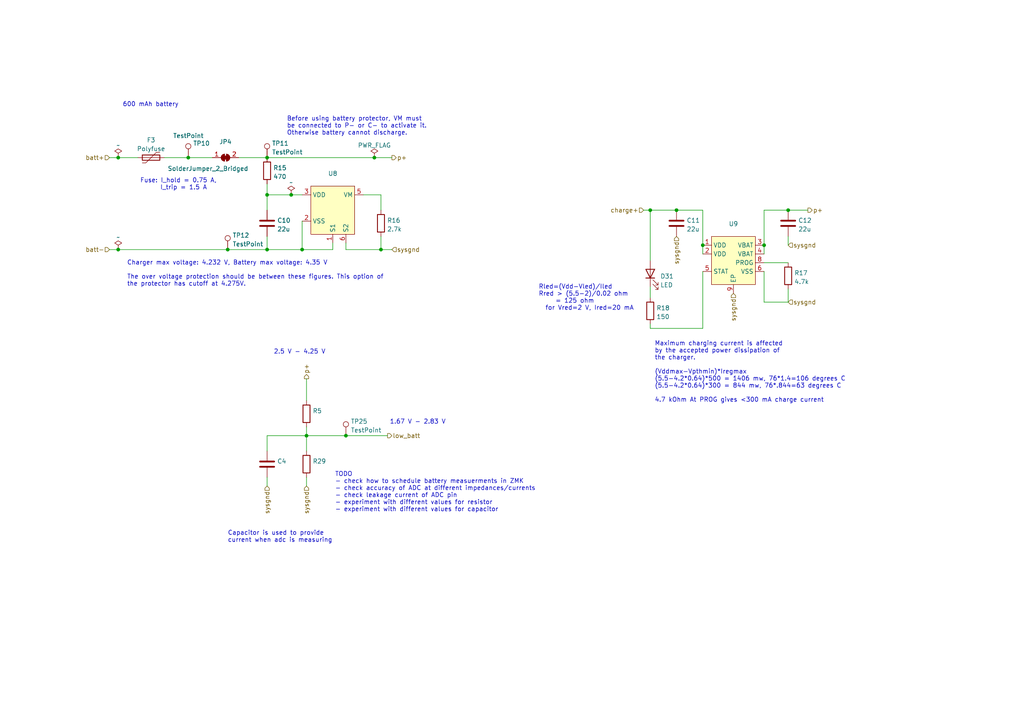
<source format=kicad_sch>
(kicad_sch (version 20211123) (generator eeschema)
  (paper "A4")
  (lib_symbols
    (symbol "Connector:TestPoint" (pin_numbers hide) (pin_names (offset 0.762) hide)
      (property "Reference" "TP" (at 0 6.858 0))
      (property "Value" "TestPoint" (at 0 5.08 0))
      (symbol "TestPoint_0_1"
        (circle (center 0 3.302) (radius 0.762))
      )
      (symbol "TestPoint_1_1"
        (pin passive line (at 0 0 90) (length 2.54) (name "1") (number "1"))
      )
    )
    (symbol "Device:C" (pin_numbers hide) (pin_names (offset 0.254))
      (property "Reference" "C" (at 0.635 2.54 0))
      (property "Value" "C" (at 0.635 -2.54 0))
      (symbol "C_0_1"
        (polyline (pts (xy -2.032 -0.762) (xy 2.032 -0.762)) (stroke (width 0.508)))
        (polyline (pts (xy -2.032 0.762) (xy 2.032 0.762)) (stroke (width 0.508)))
      )
      (symbol "C_1_1"
        (pin passive line (at 0 3.81 270) (length 2.794) (name "~") (number "1"))
        (pin passive line (at 0 -3.81 90) (length 2.794) (name "~") (number "2"))
      )
    )
    (symbol "Device:LED" (pin_numbers hide) (pin_names (offset 1.016) hide)
      (property "Reference" "D" (at 0 2.54 0))
      (property "Value" "LED" (at 0 -2.54 0))
      (symbol "LED_0_1"
        (polyline (pts (xy -1.27 -1.27) (xy -1.27 1.27)) (stroke (width 0.254)))
        (polyline (pts (xy -1.27 0) (xy 1.27 0)))
        (polyline (pts (xy 1.27 -1.27) (xy 1.27 1.27) (xy -1.27 0) (xy 1.27 -1.27)) (stroke (width 0.254)))
        (polyline (pts (xy -3.048 -0.762) (xy -4.572 -2.286) (xy -3.81 -2.286) (xy -4.572 -2.286) (xy -4.572 -1.524)))
        (polyline (pts (xy -1.778 -0.762) (xy -3.302 -2.286) (xy -2.54 -2.286) (xy -3.302 -2.286) (xy -3.302 -1.524)))
      )
      (symbol "LED_1_1"
        (pin passive line (at -3.81 0 0) (length 2.54) (name "K") (number "1"))
        (pin passive line (at 3.81 0 180) (length 2.54) (name "A") (number "2"))
      )
    )
    (symbol "Device:Polyfuse" (pin_numbers hide) (pin_names (offset 0))
      (property "Reference" "F" (at -2.54 0 90))
      (property "Value" "Polyfuse" (at 2.54 0 90))
      (symbol "Polyfuse_0_1"
        (rectangle (start -0.762 2.54) (end 0.762 -2.54) (stroke (width 0.254)))
        (polyline (pts (xy 0 2.54) (xy 0 -2.54)))
        (polyline (pts (xy -1.524 2.54) (xy -1.524 1.524) (xy 1.524 -1.524) (xy 1.524 -2.54)))
      )
      (symbol "Polyfuse_1_1"
        (pin passive line (at 0 3.81 270) (length 1.27) (name "~") (number "1"))
        (pin passive line (at 0 -3.81 90) (length 1.27) (name "~") (number "2"))
      )
    )
    (symbol "Device:R" (pin_numbers hide) (pin_names (offset 0))
      (property "Reference" "R" (at 2.032 0 90))
      (property "Value" "R" (at 0 0 90))
      (symbol "R_0_1"
        (rectangle (start -1.016 -2.54) (end 1.016 2.54) (stroke (width 0.254)))
      )
      (symbol "R_1_1"
        (pin passive line (at 0 3.81 270) (length 1.27) (name "~") (number "1"))
        (pin passive line (at 0 -3.81 90) (length 1.27) (name "~") (number "2"))
      )
    )
    (symbol "Jumper:SolderJumper_2_Bridged" (pin_names (offset 0) hide)
      (property "Reference" "JP" (at 0 2.032 0))
      (property "Value" "SolderJumper_2_Bridged" (at 0 -2.54 0))
      (symbol "SolderJumper_2_Bridged_0_1"
        (rectangle (start -0.508 0.508) (end 0.508 -0.508) (fill (type outline)))
        (arc (start -0.254 1.016) (mid -1.27 0) (end -0.254 -1.016))
        (arc (start -0.254 1.016) (mid -1.27 0) (end -0.254 -1.016) (fill (type outline)))
        (polyline (pts (xy -0.254 1.016) (xy -0.254 -1.016)))
        (polyline (pts (xy 0.254 1.016) (xy 0.254 -1.016)))
        (arc (start 0.254 -1.016) (mid 1.27 0) (end 0.254 1.016))
        (arc (start 0.254 -1.016) (mid 1.27 0) (end 0.254 1.016) (fill (type outline)))
      )
      (symbol "SolderJumper_2_Bridged_1_1"
        (pin passive line (at -3.81 0 0) (length 2.54) (name "A") (number "1"))
        (pin passive line (at 3.81 0 180) (length 2.54) (name "B") (number "2"))
      )
    )
    (symbol "grapto-v3w:AP9211S-AL"
      (property "Reference" "U" (at 0 0 0))
      (property "Value" "AP9211S-AL" (at 0 3.81 0))
      (symbol "AP9211S-AL_0_1"
        (rectangle (start -6.35 -5.08) (end 6.35 8.89) (stroke (width 0.1524)) (fill (type background)))
      )
      (symbol "AP9211S-AL_1_1"
        (pin power_in line (at 0 -7.62 90) (length 2.54) (name "S1") (number "1"))
        (pin power_in line (at -8.89 -1.27 0) (length 2.54) (name "VSS") (number "2"))
        (pin power_in line (at -8.89 6.35 0) (length 2.54) (name "VDD") (number "3"))
        (pin bidirectional line (at 8.89 6.35 180) (length 2.54) (name "VM") (number "5"))
        (pin power_in line (at 3.81 -7.62 90) (length 2.54) (name "S2") (number "6"))
      )
    )
    (symbol "grapto-v3w:MCP7383x-2xMC"
      (property "Reference" "U" (at 0 8.89 0))
      (property "Value" "MCP7383x-2xMC" (at 0 11.43 0))
      (symbol "MCP7383x-2xMC_0_1"
        (rectangle (start 6.35 -6.35) (end -6.35 7.62) (stroke (width 0.1524)) (fill (type background)))
      )
      (symbol "MCP7383x-2xMC_1_1"
        (pin power_in line (at -8.89 5.08 0) (length 2.54) (name "VDD") (number "1"))
        (pin power_in line (at -8.89 2.54 0) (length 2.54) (name "VDD") (number "2"))
        (pin power_in line (at 8.89 5.08 180) (length 2.54) (name "VBAT") (number "3"))
        (pin power_in line (at 8.89 2.54 180) (length 2.54) (name "VBAT") (number "4"))
        (pin open_collector line (at -8.89 -2.54 0) (length 2.54) (name "STAT") (number "5"))
        (pin power_in line (at 8.89 -2.54 180) (length 2.54) (name "VSS") (number "6"))
        (pin bidirectional line (at 8.89 0 180) (length 2.54) (name "PROG") (number "8"))
        (pin passive line (at 0 -8.89 90) (length 2.54) (name "EP") (number "9"))
      )
    )
    (symbol "power:PWR_FLAG" (power) (pin_numbers hide) (pin_names (offset 0) hide)
      (property "Value" "PWR_FLAG" (at 0 3.81 0))
      (symbol "PWR_FLAG_0_0"
        (pin power_out line (at 0 0 90) (length 0) (name "pwr") (number "1"))
      )
      (symbol "PWR_FLAG_0_1"
        (polyline (pts (xy 0 0) (xy 0 1.27) (xy -1.016 1.905) (xy 0 2.54) (xy 1.016 1.905) (xy 0 1.27)))
      )
    )
  )
  (junction (at 77.47 45.72))
  (junction (at 108.585 45.72))
  (junction (at 66.04 72.39))
  (junction (at 110.49 72.39))
  (junction (at 100.33 126.365))
  (junction (at 228.6 60.96))
  (junction (at 77.47 72.39))
  (junction (at 221.615 71.12))
  (junction (at 87.63 72.39))
  (junction (at 54.61 45.72))
  (junction (at 188.595 60.96))
  (junction (at 84.455 56.515))
  (junction (at 203.835 71.12))
  (junction (at 34.29 72.39))
  (junction (at 34.29 45.72))
  (junction (at 88.9 126.365))
  (junction (at 77.47 56.515))
  (junction (at 196.215 60.96))
  (wire (pts (xy 221.615 71.12) (xy 221.615 73.66)))
  (wire (pts (xy 188.595 95.25) (xy 203.835 95.25)))
  (wire (pts (xy 221.615 71.12) (xy 221.615 60.96)))
  (wire (pts (xy 110.49 60.96) (xy 110.49 56.515)))
  (wire (pts (xy 110.49 72.39) (xy 113.665 72.39)))
  (wire (pts (xy 31.75 72.39) (xy 34.29 72.39)))
  (wire (pts (xy 77.47 138.43) (xy 77.47 140.97)))
  (wire (pts (xy 69.215 45.72) (xy 77.47 45.72)))
  (wire (pts (xy 228.6 68.58) (xy 228.6 71.12)))
  (wire (pts (xy 88.9 126.365) (xy 100.33 126.365)))
  (wire (pts (xy 54.61 45.72) (xy 61.595 45.72)))
  (wire (pts (xy 87.63 64.135) (xy 87.63 72.39)))
  (wire (pts (xy 188.595 60.96) (xy 188.595 75.565)))
  (wire (pts (xy 88.9 138.43) (xy 88.9 140.97)))
  (wire (pts (xy 96.52 72.39) (xy 96.52 70.485)))
  (wire (pts (xy 228.6 60.96) (xy 234.315 60.96)))
  (wire (pts (xy 110.49 68.58) (xy 110.49 72.39)))
  (wire (pts (xy 203.835 71.12) (xy 203.835 73.66)))
  (wire (pts (xy 221.615 76.2) (xy 228.6 76.2)))
  (wire (pts (xy 77.47 56.515) (xy 77.47 60.96)))
  (wire (pts (xy 66.04 72.39) (xy 77.47 72.39)))
  (wire (pts (xy 188.595 83.185) (xy 188.595 86.36)))
  (wire (pts (xy 100.33 126.365) (xy 112.395 126.365)))
  (wire (pts (xy 87.63 72.39) (xy 77.47 72.39)))
  (wire (pts (xy 196.215 60.96) (xy 203.835 60.96)))
  (wire (pts (xy 77.47 45.72) (xy 108.585 45.72)))
  (wire (pts (xy 84.455 56.515) (xy 77.47 56.515)))
  (wire (pts (xy 77.47 72.39) (xy 77.47 68.58)))
  (wire (pts (xy 77.47 56.515) (xy 77.47 53.34)))
  (wire (pts (xy 228.6 83.82) (xy 228.6 87.63)))
  (wire (pts (xy 221.615 87.63) (xy 228.6 87.63)))
  (wire (pts (xy 221.615 60.96) (xy 228.6 60.96)))
  (wire (pts (xy 87.63 72.39) (xy 96.52 72.39)))
  (wire (pts (xy 108.585 45.72) (xy 113.665 45.72)))
  (wire (pts (xy 188.595 93.98) (xy 188.595 95.25)))
  (wire (pts (xy 105.41 56.515) (xy 110.49 56.515)))
  (wire (pts (xy 31.75 45.72) (xy 34.29 45.72)))
  (wire (pts (xy 186.69 60.96) (xy 188.595 60.96)))
  (wire (pts (xy 203.835 60.96) (xy 203.835 71.12)))
  (wire (pts (xy 88.9 109.855) (xy 88.9 116.205)))
  (wire (pts (xy 203.835 95.25) (xy 203.835 78.74)))
  (wire (pts (xy 88.9 123.825) (xy 88.9 126.365)))
  (wire (pts (xy 47.625 45.72) (xy 54.61 45.72)))
  (wire (pts (xy 100.33 70.485) (xy 100.33 72.39)))
  (wire (pts (xy 77.47 130.81) (xy 77.47 126.365)))
  (wire (pts (xy 34.29 72.39) (xy 66.04 72.39)))
  (wire (pts (xy 188.595 60.96) (xy 196.215 60.96)))
  (wire (pts (xy 87.63 56.515) (xy 84.455 56.515)))
  (wire (pts (xy 88.9 126.365) (xy 88.9 130.81)))
  (wire (pts (xy 221.615 78.74) (xy 221.615 87.63)))
  (wire (pts (xy 34.29 45.72) (xy 40.005 45.72)))
  (wire (pts (xy 100.33 72.39) (xy 110.49 72.39)))
  (wire (pts (xy 77.47 126.365) (xy 88.9 126.365)))
  (text "Before using battery protector, VM must\nbe connected to P- or C- to activate it.\nOtherwise battery cannot discharge." (at 83.185 39.37 0) (effects (font (size 1.27 1.27)) (justify left bottom)))
  (text "2.5 V - 4.25 V" (at 79.375 102.87 0) (effects (font (size 1.27 1.27)) (justify left bottom)))
  (text "TODO\n- check how to schedule battery measuerments in ZMK\n- check accuracy of ADC at different impedances/currents\n- check leakage current of ADC pin\n- experiment with different values for resistor\n- experiment with different values for capacitor" (at 97.155 148.59 0) (effects (font (size 1.27 1.27)) (justify left bottom)))
  (text "Charger max voltage: 4.232 V, Battery max voltage: 4.35 V\n\nThe over voltage protection should be between these figures. This option of\nthe protector has cutoff at 4.275V. " (at 36.83 83.185 0) (effects (font (size 1.27 1.27)) (justify left bottom)))
  (text "1.67 V - 2.83 V" (at 113.03 123.19 0) (effects (font (size 1.27 1.27)) (justify left bottom)))
  (text "600 mAh battery" (at 35.56 31.115 0) (effects (font (size 1.27 1.27)) (justify left bottom)))
  (text "Maximum charging current is affected\nby the accepted power dissipation of\nthe charger.\n\n(Vddmax-Vpthmin)*Iregmax\n(5.5-4.2*0.64)*500 = 1406 mw, 76*1.4=106 degrees C\n(5.5-4.2*0.64)*300 = 844 mw, 76*.844=63 degrees C\n\n4.7 kOhm At PROG gives <300 mA charge current" (at 189.865 116.84 0) (effects (font (size 1.27 1.27)) (justify left bottom)))
  (text "Capacitor is used to provide\ncurrent when adc is measuring" (at 66.04 157.48 0) (effects (font (size 1.27 1.27)) (justify left bottom)))
  (text "Rled=(Vdd-Vled)/Iled\nRred > (5.5-2)/0.02 ohm\n     = 125 ohm\n  for Vred=2 V, Ired=20 mA" (at 156.21 90.17 0) (effects (font (size 1.27 1.27)) (justify left bottom)))
  (text "Fuse: I_hold = 0.75 A,\n      I_trip = 1.5 A" (at 40.64 55.245 0) (effects (font (size 1.27 1.27)) (justify left bottom)))
  (hierarchical_label "sysgnd" (shape input) (at 212.725 85.09 270))
  (hierarchical_label "low_batt" (shape output) (at 112.395 126.365 0))
  (hierarchical_label "p+" (shape output) (at 88.9 109.855 90))
  (hierarchical_label "p+" (shape output) (at 234.315 60.96 0))
  (hierarchical_label "batt+" (shape input) (at 31.75 45.72 180))
  (hierarchical_label "sysgnd" (shape input) (at 77.47 140.97 270))
  (hierarchical_label "sysgnd" (shape input) (at 228.6 71.12 0))
  (hierarchical_label "sysgnd" (shape input) (at 228.6 87.63 0))
  (hierarchical_label "sysgnd" (shape input) (at 88.9 140.97 270))
  (hierarchical_label "batt-" (shape input) (at 31.75 72.39 180))
  (hierarchical_label "p+" (shape output) (at 113.665 45.72 0))
  (hierarchical_label "sysgnd" (shape input) (at 113.665 72.39 0))
  (hierarchical_label "charge+" (shape input) (at 186.69 60.96 180))
  (hierarchical_label "sysgnd" (shape input) (at 196.215 68.58 270))
  (symbol (lib_id "power:PWR_FLAG") (at 84.455 56.515 0) (unit 1)
    (property "Reference" "#FLG0114" (effects hide))
    (property "Value" "~" (at 84.455 52.9392 0))
  )
  (symbol (lib_id "Device:C") (at 196.215 64.77 0) (unit 1)
    (property "Reference" "C11" (at 199.136 63.9353 0) (effects (justify left)))
    (property "Value" "22u" (at 199.136 66.4722 0) (effects (justify left)))
    (property "Footprint" "Fuse:Fuse_0603_1608Metric_Pad1.05x0.95mm_HandSolder" (effects hide))
  )
  (symbol (lib_id "Connector:TestPoint") (at 66.04 72.39 0) (unit 1)
    (property "Reference" "TP12" (at 67.437 68.2533 0) (effects (justify left)))
    (property "Value" "TestPoint" (at 67.437 70.7902 0) (effects (justify left)))
    (property "Footprint" "TestPoint:TestPoint_THTPad_D2.0mm_Drill1.0mm" (effects hide))
  )
  (symbol (lib_id "Connector:TestPoint") (at 100.33 126.365 0) (unit 1)
    (property "Reference" "TP25" (at 101.727 122.2283 0) (effects (justify left)))
    (property "Value" "TestPoint" (at 101.727 124.7652 0) (effects (justify left)))
    (property "Footprint" "TestPoint:TestPoint_THTPad_D2.0mm_Drill1.0mm" (effects hide))
  )
  (symbol (lib_id "Device:Polyfuse") (at 43.815 45.72 90) (unit 1)
    (property "Reference" "F3" (at 43.815 40.6232 90))
    (property "Value" "Polyfuse" (at 43.815 43.1601 90))
    (property "Footprint" "Fuse:Fuse_0603_1608Metric_Pad1.05x0.95mm_HandSolder" (effects hide))
  )
  (symbol (lib_id "Jumper:SolderJumper_2_Bridged") (at 65.405 45.72 0) (unit 1)
    (property "Reference" "JP4" (at 65.405 41.1312 0))
    (property "Value" "SolderJumper_2_Bridged" (at 60.325 48.895 0))
    (property "Footprint" "Jumper:SolderJumper-2_P1.3mm_Bridged_RoundedPad1.0x1.5mm" (effects hide))
  )
  (symbol (lib_id "Device:R") (at 188.595 90.17 0) (unit 1)
    (property "Reference" "R18" (at 190.373 89.3353 0) (effects (justify left)))
    (property "Value" "150" (at 190.373 91.8722 0) (effects (justify left)))
    (property "Footprint" "Resistor_SMD:R_0603_1608Metric_Pad0.98x0.95mm_HandSolder" (effects hide))
  )
  (symbol (lib_id "Device:R") (at 77.47 49.53 0) (unit 1)
    (property "Reference" "R15" (at 79.248 48.6953 0) (effects (justify left)))
    (property "Value" "470" (at 79.248 51.2322 0) (effects (justify left)))
    (property "Footprint" "Resistor_SMD:R_0603_1608Metric_Pad0.98x0.95mm_HandSolder" (effects hide))
  )
  (symbol (lib_id "grapto-v3w:MCP7383x-2xMC") (at 212.725 76.2 0) (unit 1)
    (property "Reference" "U9" (at 212.725 64.931 0))
  )
  (symbol (lib_id "Connector:TestPoint") (at 54.61 45.72 0) (unit 1)
    (property "Reference" "TP10" (at 56.007 41.5833 0) (effects (justify left)))
    (property "Value" "TestPoint" (at 50.165 39.37 0) (effects (justify left)))
    (property "Footprint" "TestPoint:TestPoint_THTPad_D2.0mm_Drill1.0mm" (effects hide))
  )
  (symbol (lib_id "Device:R") (at 88.9 120.015 0) (unit 1)
    (property "Reference" "R5" (at 90.678 119.1803 0) (effects (justify left)))
    (property "Footprint" "Resistor_SMD:R_0603_1608Metric_Pad0.98x0.95mm_HandSolder" (effects hide))
  )
  (symbol (lib_id "Device:LED") (at 188.595 79.375 90) (unit 1)
    (property "Reference" "D31" (at 191.516 80.1278 90) (effects (justify right)))
    (property "Value" "LED" (at 191.516 82.6647 90) (effects (justify right)))
    (property "Footprint" "LED_SMD:LED_0805_2012Metric_Pad1.15x1.40mm_HandSolder" (effects hide))
  )
  (symbol (lib_id "Device:R") (at 88.9 134.62 0) (unit 1)
    (property "Reference" "R29" (at 90.678 133.7853 0) (effects (justify left)))
    (property "Footprint" "Resistor_SMD:R_0603_1608Metric_Pad0.98x0.95mm_HandSolder" (effects hide))
  )
  (symbol (lib_id "grapto-v3w:AP9211S-AL") (at 96.52 62.865 0) (unit 1)
    (property "Reference" "U8" (at 96.52 50.326 0))
  )
  (symbol (lib_id "Connector:TestPoint") (at 77.47 45.72 0) (unit 1)
    (property "Reference" "TP11" (at 78.867 41.5833 0) (effects (justify left)))
    (property "Value" "TestPoint" (at 78.867 44.1202 0) (effects (justify left)))
    (property "Footprint" "TestPoint:TestPoint_THTPad_D2.0mm_Drill1.0mm" (effects hide))
  )
  (symbol (lib_id "power:PWR_FLAG") (at 108.585 45.72 0) (unit 1)
    (property "Reference" "#FLG0107" (effects hide))
    (property "Value" "PWR_FLAG" (at 108.585 42.1442 0))
  )
  (symbol (lib_id "power:PWR_FLAG") (at 34.29 72.39 0) (unit 1)
    (property "Reference" "#FLG0112" (effects hide))
    (property "Value" "~" (at 34.29 68.8142 0))
  )
  (symbol (lib_id "Device:R") (at 228.6 80.01 0) (unit 1)
    (property "Reference" "R17" (at 230.378 79.1753 0) (effects (justify left)))
    (property "Value" "4.7k" (at 230.378 81.7122 0) (effects (justify left)))
    (property "Footprint" "Resistor_SMD:R_0603_1608Metric_Pad0.98x0.95mm_HandSolder" (effects hide))
  )
  (symbol (lib_id "Device:C") (at 77.47 134.62 0) (unit 1)
    (property "Reference" "C4" (at 80.391 133.7853 0) (effects (justify left)))
  )
  (symbol (lib_id "Device:R") (at 110.49 64.77 0) (unit 1)
    (property "Reference" "R16" (at 112.268 63.9353 0) (effects (justify left)))
    (property "Value" "2.7k" (at 112.268 66.4722 0) (effects (justify left)))
    (property "Footprint" "Resistor_SMD:R_0603_1608Metric_Pad0.98x0.95mm_HandSolder" (effects hide))
  )
  (symbol (lib_id "power:PWR_FLAG") (at 34.29 45.72 0) (unit 1)
    (property "Reference" "#FLG0111" (effects hide))
    (property "Value" "~" (at 34.29 42.1442 0))
  )
  (symbol (lib_id "Device:C") (at 77.47 64.77 0) (unit 1)
    (property "Reference" "C10" (at 80.391 63.9353 0) (effects (justify left)))
    (property "Value" "22u" (at 80.391 66.4722 0) (effects (justify left)))
    (property "Footprint" "Fuse:Fuse_0603_1608Metric_Pad1.05x0.95mm_HandSolder" (effects hide))
  )
  (symbol (lib_id "Device:C") (at 228.6 64.77 0) (unit 1)
    (property "Reference" "C12" (at 231.521 63.9353 0) (effects (justify left)))
    (property "Value" "22u" (at 231.521 66.4722 0) (effects (justify left)))
    (property "Footprint" "Fuse:Fuse_0603_1608Metric_Pad1.05x0.95mm_HandSolder" (effects hide))
  )
)
</source>
